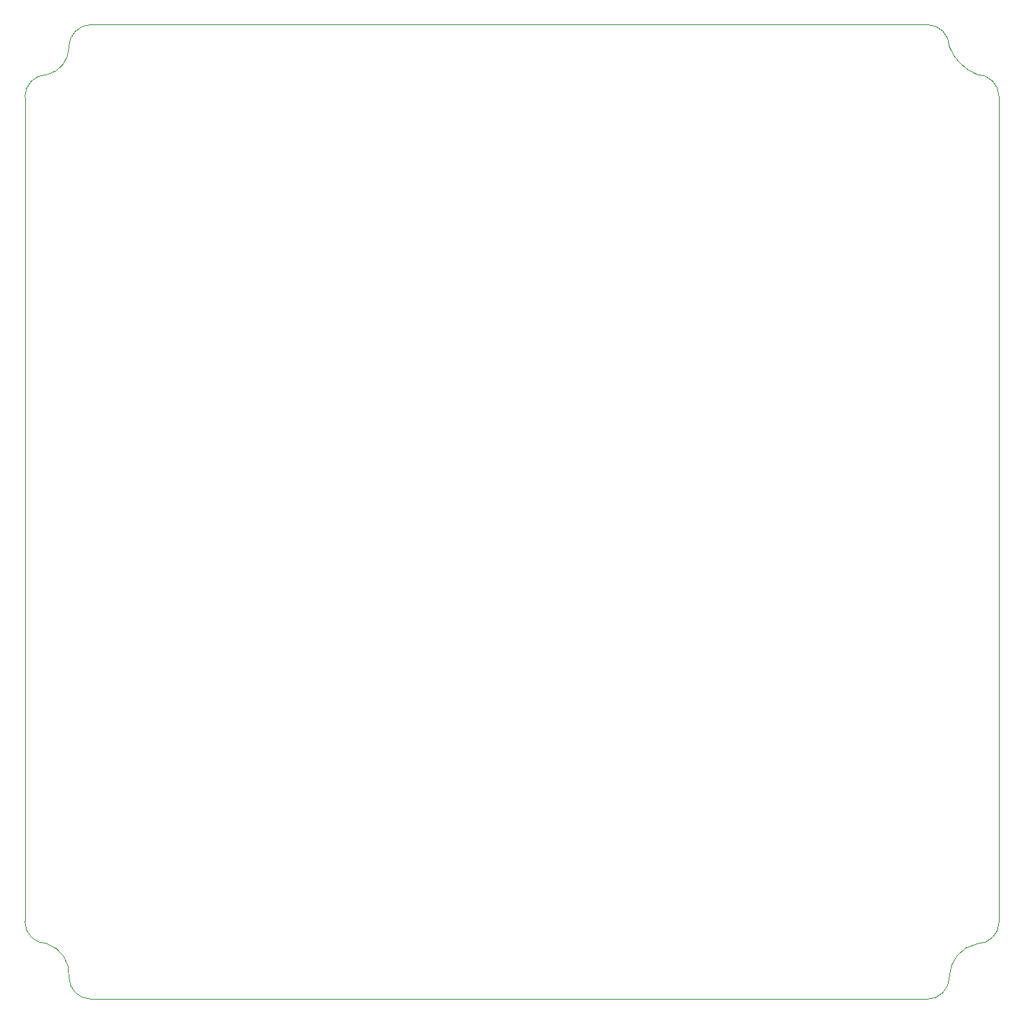
<source format=gbr>
%TF.GenerationSoftware,KiCad,Pcbnew,6.0.11+dfsg-1*%
%TF.CreationDate,2024-06-02T11:43:20-07:00*%
%TF.ProjectId,clock,636c6f63-6b2e-46b6-9963-61645f706362,rev?*%
%TF.SameCoordinates,Original*%
%TF.FileFunction,Profile,NP*%
%FSLAX46Y46*%
G04 Gerber Fmt 4.6, Leading zero omitted, Abs format (unit mm)*
G04 Created by KiCad (PCBNEW 6.0.11+dfsg-1) date 2024-06-02 11:43:20*
%MOMM*%
%LPD*%
G01*
G04 APERTURE LIST*
%TA.AperFunction,Profile*%
%ADD10C,0.100000*%
%TD*%
G04 APERTURE END LIST*
D10*
X58420000Y-25400000D02*
X154305000Y-25400000D01*
X53358051Y-31133051D02*
G75*
G03*
X50818051Y-33673051I-1J-2539999D01*
G01*
X160019994Y-130809968D02*
G75*
G03*
X156845000Y-134620000I728306J-3834832D01*
G01*
X154305000Y-137160000D02*
X58420000Y-137160000D01*
X160020000Y-130810000D02*
G75*
G03*
X162560000Y-128270000I0J2540000D01*
G01*
X53358042Y-31133009D02*
G75*
G03*
X55880000Y-27940000I-702342J3147209D01*
G01*
X154305000Y-137160000D02*
G75*
G03*
X156845000Y-134620000I0J2540000D01*
G01*
X55880003Y-134620000D02*
G75*
G03*
X53358051Y-130791949I-3682203J318900D01*
G01*
X58420000Y-25400000D02*
G75*
G03*
X55880000Y-27940000I0J-2540000D01*
G01*
X162541949Y-33655000D02*
X162560000Y-128270000D01*
X162541900Y-33655000D02*
G75*
G03*
X160001949Y-31115000I-2540000J0D01*
G01*
X50818051Y-128251949D02*
X50818051Y-33673051D01*
X55880000Y-134620000D02*
G75*
G03*
X58420000Y-137160000I2540000J0D01*
G01*
X156845000Y-27940000D02*
G75*
G03*
X154305000Y-25400000I-2540000J0D01*
G01*
X156845015Y-27939994D02*
G75*
G03*
X160001949Y-31115000I5253885J2066994D01*
G01*
X50818051Y-128251949D02*
G75*
G03*
X53358051Y-130791949I2540049J49D01*
G01*
M02*

</source>
